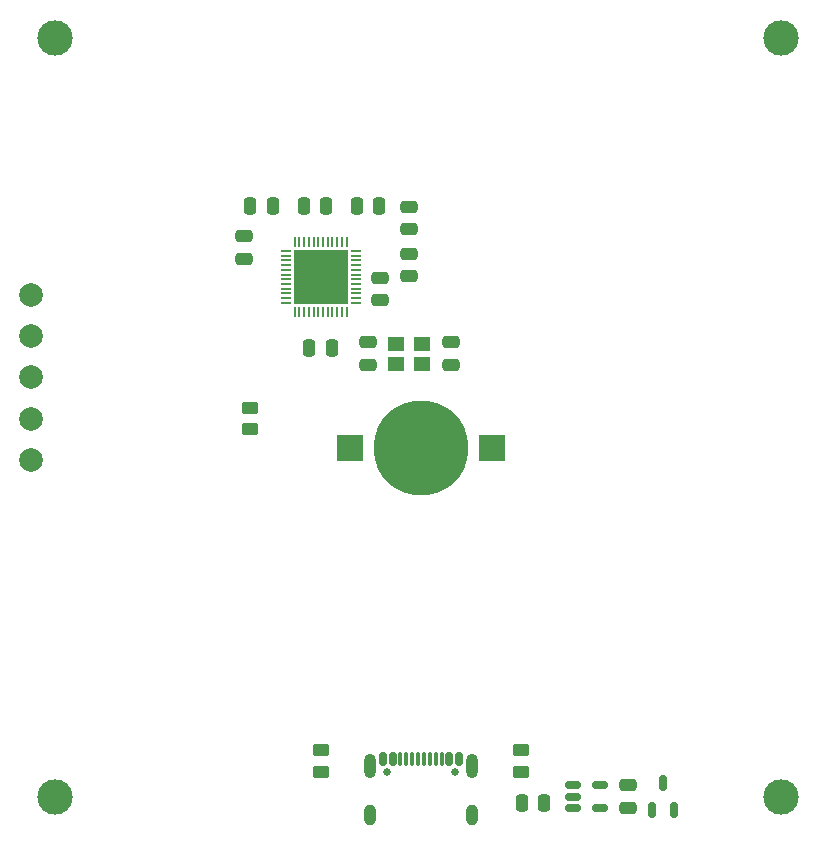
<source format=gbr>
%TF.GenerationSoftware,KiCad,Pcbnew,8.0.5-8.0.5-0~ubuntu24.04.1*%
%TF.CreationDate,2024-10-21T14:47:57+05:00*%
%TF.ProjectId,solartap_mcu_clear_60x60_g400,736f6c61-7274-4617-905f-6d63755f636c,rev?*%
%TF.SameCoordinates,Original*%
%TF.FileFunction,Soldermask,Top*%
%TF.FilePolarity,Negative*%
%FSLAX46Y46*%
G04 Gerber Fmt 4.6, Leading zero omitted, Abs format (unit mm)*
G04 Created by KiCad (PCBNEW 8.0.5-8.0.5-0~ubuntu24.04.1) date 2024-10-21 14:47:57*
%MOMM*%
%LPD*%
G01*
G04 APERTURE LIST*
G04 Aperture macros list*
%AMRoundRect*
0 Rectangle with rounded corners*
0 $1 Rounding radius*
0 $2 $3 $4 $5 $6 $7 $8 $9 X,Y pos of 4 corners*
0 Add a 4 corners polygon primitive as box body*
4,1,4,$2,$3,$4,$5,$6,$7,$8,$9,$2,$3,0*
0 Add four circle primitives for the rounded corners*
1,1,$1+$1,$2,$3*
1,1,$1+$1,$4,$5*
1,1,$1+$1,$6,$7*
1,1,$1+$1,$8,$9*
0 Add four rect primitives between the rounded corners*
20,1,$1+$1,$2,$3,$4,$5,0*
20,1,$1+$1,$4,$5,$6,$7,0*
20,1,$1+$1,$6,$7,$8,$9,0*
20,1,$1+$1,$8,$9,$2,$3,0*%
G04 Aperture macros list end*
%ADD10C,3.000000*%
%ADD11C,2.000000*%
%ADD12RoundRect,0.250000X0.475000X-0.250000X0.475000X0.250000X-0.475000X0.250000X-0.475000X-0.250000X0*%
%ADD13RoundRect,0.250000X-0.250000X-0.475000X0.250000X-0.475000X0.250000X0.475000X-0.250000X0.475000X0*%
%ADD14R,2.200000X2.200000*%
%ADD15C,8.000000*%
%ADD16RoundRect,0.250000X-0.450000X0.262500X-0.450000X-0.262500X0.450000X-0.262500X0.450000X0.262500X0*%
%ADD17RoundRect,0.250000X0.250000X0.475000X-0.250000X0.475000X-0.250000X-0.475000X0.250000X-0.475000X0*%
%ADD18RoundRect,0.250000X-0.475000X0.250000X-0.475000X-0.250000X0.475000X-0.250000X0.475000X0.250000X0*%
%ADD19C,0.650000*%
%ADD20RoundRect,0.150000X-0.150000X-0.425000X0.150000X-0.425000X0.150000X0.425000X-0.150000X0.425000X0*%
%ADD21RoundRect,0.075000X-0.075000X-0.500000X0.075000X-0.500000X0.075000X0.500000X-0.075000X0.500000X0*%
%ADD22O,1.000000X2.100000*%
%ADD23O,1.000000X1.800000*%
%ADD24RoundRect,0.050000X-0.050000X0.350000X-0.050000X-0.350000X0.050000X-0.350000X0.050000X0.350000X0*%
%ADD25RoundRect,0.050000X-0.350000X0.050000X-0.350000X-0.050000X0.350000X-0.050000X0.350000X0.050000X0*%
%ADD26R,4.600000X4.600000*%
%ADD27R,1.400000X1.200000*%
%ADD28RoundRect,0.250000X0.450000X-0.262500X0.450000X0.262500X-0.450000X0.262500X-0.450000X-0.262500X0*%
%ADD29RoundRect,0.150000X-0.512500X-0.150000X0.512500X-0.150000X0.512500X0.150000X-0.512500X0.150000X0*%
%ADD30RoundRect,0.150000X0.150000X-0.512500X0.150000X0.512500X-0.150000X0.512500X-0.150000X-0.512500X0*%
G04 APERTURE END LIST*
D10*
%TO.C,REF\u002A\u002A*%
X125452000Y-42754000D03*
%TD*%
%TO.C,REF\u002A\u002A*%
X63984000Y-107016000D03*
%TD*%
%TO.C,REF\u002A\u002A*%
X125452000Y-107016000D03*
%TD*%
%TO.C,REF\u002A\u002A*%
X63984000Y-42754000D03*
%TD*%
D11*
%TO.C,TP1*%
X62000000Y-78500000D03*
%TD*%
D12*
%TO.C,C5*%
X80000000Y-61450000D03*
X80000000Y-59550000D03*
%TD*%
%TO.C,C4*%
X94000000Y-58950000D03*
X94000000Y-57050000D03*
%TD*%
%TO.C,C3*%
X91500000Y-64950000D03*
X91500000Y-63050000D03*
%TD*%
D11*
%TO.C,TP2*%
X62000000Y-75000000D03*
%TD*%
D13*
%TO.C,C12*%
X103550000Y-107500000D03*
X105450000Y-107500000D03*
%TD*%
D11*
%TO.C,TP3*%
X62000000Y-71500000D03*
%TD*%
D14*
%TO.C,BT1*%
X89000000Y-77500000D03*
X101000000Y-77500000D03*
D15*
X95000000Y-77500000D03*
%TD*%
D16*
%TO.C,R1*%
X80500000Y-74087500D03*
X80500000Y-75912500D03*
%TD*%
D17*
%TO.C,C10*%
X82450000Y-57030000D03*
X80550000Y-57030000D03*
%TD*%
D13*
%TO.C,C8*%
X89550000Y-57000000D03*
X91450000Y-57000000D03*
%TD*%
D18*
%TO.C,C11*%
X112500000Y-106050000D03*
X112500000Y-107950000D03*
%TD*%
D19*
%TO.C,J1*%
X92110000Y-104895000D03*
X97890000Y-104895000D03*
D20*
X91800000Y-103820000D03*
X92600000Y-103820000D03*
D21*
X93750000Y-103820000D03*
X94750000Y-103820000D03*
X95250000Y-103820000D03*
X96250000Y-103820000D03*
D20*
X97400000Y-103820000D03*
X98200000Y-103820000D03*
X98200000Y-103820000D03*
X97400000Y-103820000D03*
D21*
X96750000Y-103820000D03*
X95750000Y-103820000D03*
X94250000Y-103820000D03*
X93250000Y-103820000D03*
D20*
X92600000Y-103820000D03*
X91800000Y-103820000D03*
D22*
X90680000Y-104395000D03*
D23*
X90680000Y-108575000D03*
D22*
X99320000Y-104395000D03*
D23*
X99320000Y-108575000D03*
%TD*%
D24*
%TO.C,U1*%
X88700000Y-60050000D03*
X88300000Y-60050000D03*
X87900000Y-60050000D03*
X87500000Y-60050000D03*
X87100000Y-60050000D03*
X86700000Y-60050000D03*
X86300000Y-60050000D03*
X85900000Y-60050000D03*
X85500000Y-60050000D03*
X85100000Y-60050000D03*
X84700000Y-60050000D03*
X84300000Y-60050000D03*
D25*
X83550000Y-60800000D03*
X83550000Y-61200000D03*
X83550000Y-61600000D03*
X83550000Y-62000000D03*
X83550000Y-62400000D03*
X83550000Y-62800000D03*
X83550000Y-63200000D03*
X83550000Y-63600000D03*
X83550000Y-64000000D03*
X83550000Y-64400000D03*
X83550000Y-64800000D03*
X83550000Y-65200000D03*
D24*
X84300000Y-65950000D03*
X84700000Y-65950000D03*
X85100000Y-65950000D03*
X85500000Y-65950000D03*
X85900000Y-65950000D03*
X86300000Y-65950000D03*
X86700000Y-65950000D03*
X87100000Y-65950000D03*
X87500000Y-65950000D03*
X87900000Y-65950000D03*
X88300000Y-65950000D03*
X88700000Y-65950000D03*
D25*
X89450000Y-65200000D03*
X89450000Y-64800000D03*
X89450000Y-64400000D03*
X89450000Y-64000000D03*
X89450000Y-63600000D03*
X89450000Y-63200000D03*
X89450000Y-62800000D03*
X89450000Y-62400000D03*
X89450000Y-62000000D03*
X89450000Y-61600000D03*
X89450000Y-61200000D03*
X89450000Y-60800000D03*
D26*
X86500000Y-63000000D03*
%TD*%
D11*
%TO.C,TP4*%
X62000000Y-64500000D03*
%TD*%
D18*
%TO.C,C6*%
X94000000Y-61050000D03*
X94000000Y-62950000D03*
%TD*%
%TO.C,C2*%
X97500000Y-68550000D03*
X97500000Y-70450000D03*
%TD*%
D17*
%TO.C,C7*%
X87450000Y-69000000D03*
X85550000Y-69000000D03*
%TD*%
D11*
%TO.C,TP5*%
X62000000Y-68000000D03*
%TD*%
D27*
%TO.C,Y1*%
X92900000Y-70350000D03*
X95100000Y-70350000D03*
X95100000Y-68650000D03*
X92900000Y-68650000D03*
%TD*%
D28*
%TO.C,R2*%
X86500000Y-104912500D03*
X86500000Y-103087500D03*
%TD*%
D17*
%TO.C,C9*%
X86950000Y-57000000D03*
X85050000Y-57000000D03*
%TD*%
D29*
%TO.C,U2*%
X107862500Y-106050000D03*
X107862500Y-107000000D03*
X107862500Y-107950000D03*
X110137500Y-107950000D03*
X110137500Y-106050000D03*
%TD*%
D30*
%TO.C,D2*%
X114550000Y-108137500D03*
X116450000Y-108137500D03*
X115500000Y-105862500D03*
%TD*%
D16*
%TO.C,R3*%
X103500000Y-103087500D03*
X103500000Y-104912500D03*
%TD*%
D12*
%TO.C,C1*%
X90500000Y-70450000D03*
X90500000Y-68550000D03*
%TD*%
M02*

</source>
